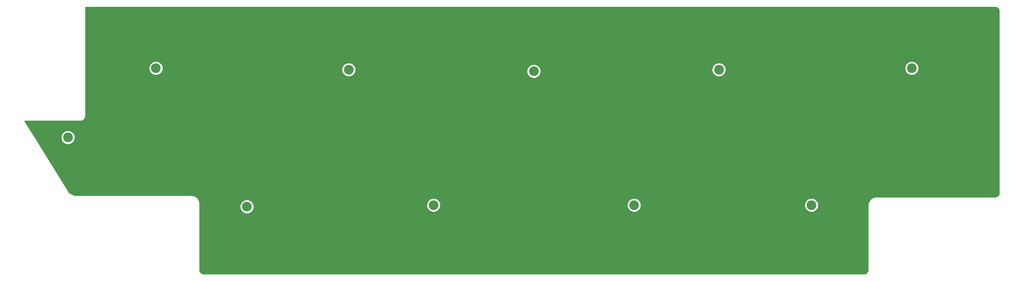
<source format=gtl>
G04 #@! TF.GenerationSoftware,KiCad,Pcbnew,(6.0.0-rc1-dev-1215-g431bdc7a3)*
G04 #@! TF.CreationDate,2018-12-02T19:35:25+01:00*
G04 #@! TF.ProjectId,wave,77617665-2e6b-4696-9361-645f70636258,rev?*
G04 #@! TF.SameCoordinates,Original*
G04 #@! TF.FileFunction,Copper,L1,Top*
G04 #@! TF.FilePolarity,Positive*
%FSLAX46Y46*%
G04 Gerber Fmt 4.6, Leading zero omitted, Abs format (unit mm)*
G04 Created by KiCad (PCBNEW (6.0.0-rc1-dev-1215-g431bdc7a3)) date 2018 December 02, Sunday 19:35:25*
%MOMM*%
%LPD*%
G01*
G04 APERTURE LIST*
G04 #@! TA.AperFunction,WasherPad*
%ADD10C,3.000000*%
G04 #@! TD*
G04 #@! TA.AperFunction,NonConductor*
%ADD11C,0.254000*%
G04 #@! TD*
G04 APERTURE END LIST*
D10*
G04 #@! TO.P,Ref\002A\002A,*
G04 #@! TO.N,*
X153195060Y59561620D03*
G04 #@! TD*
G04 #@! TO.P,Ref\002A\002A,*
G04 #@! TO.N,*
X96045060Y60037870D03*
G04 #@! TD*
G04 #@! TO.P,Ref\002A\002A,*
G04 #@! TO.N,*
X36513810Y60514120D03*
G04 #@! TD*
G04 #@! TO.P,Ref\002A\002A,*
G04 #@! TO.N,*
X64612560Y17651620D03*
G04 #@! TD*
G04 #@! TO.P,Ref\002A\002A,*
G04 #@! TO.N,*
X122238810Y18127870D03*
G04 #@! TD*
G04 #@! TO.P,Ref\002A\002A,*
G04 #@! TO.N,*
X210345060Y60037870D03*
G04 #@! TD*
G04 #@! TO.P,Ref\002A\002A,*
G04 #@! TO.N,*
X269876310Y60514120D03*
G04 #@! TD*
G04 #@! TO.P,Ref\002A\002A,*
G04 #@! TO.N,*
X184151310Y18127870D03*
G04 #@! TD*
G04 #@! TO.P,Ref\002A\002A,*
G04 #@! TO.N,*
X238920060Y18127870D03*
G04 #@! TD*
G04 #@! TO.P,Ref\002A\002A,*
G04 #@! TO.N,*
X9367560Y39082870D03*
G04 #@! TD*
D11*
G36*
X295948439Y79348104D02*
X296274558Y79199826D01*
X296545955Y78965976D01*
X296740806Y78665357D01*
X296849743Y78301097D01*
X296863811Y78111793D01*
X296863810Y21983111D01*
X296806544Y21583241D01*
X296658266Y21257121D01*
X296424418Y20985727D01*
X296123796Y20790874D01*
X295759537Y20681937D01*
X295570246Y20667870D01*
X258860019Y20667870D01*
X258836772Y20663246D01*
X258593924Y20645199D01*
X258530668Y20631291D01*
X258466486Y20622499D01*
X258459040Y20620321D01*
X257941561Y20465562D01*
X257863403Y20429448D01*
X257784659Y20394224D01*
X257778124Y20390044D01*
X257324879Y20096265D01*
X257259994Y20039662D01*
X257194306Y19983757D01*
X257189206Y19977910D01*
X256836634Y19568730D01*
X256790237Y19496181D01*
X256742887Y19424097D01*
X256739633Y19417054D01*
X256516076Y18925366D01*
X256491896Y18842675D01*
X256466691Y18760234D01*
X256465544Y18752561D01*
X256391407Y18234888D01*
X256382560Y18190410D01*
X256382561Y-1829382D01*
X256325294Y-2229259D01*
X256177016Y-2555379D01*
X255943168Y-2826773D01*
X255642546Y-3021626D01*
X255278287Y-3130563D01*
X255088996Y-3144630D01*
X51322801Y-3144630D01*
X50922931Y-3087364D01*
X50596811Y-2939086D01*
X50325417Y-2705238D01*
X50130564Y-2404616D01*
X50021627Y-2040357D01*
X50007560Y-1851066D01*
X50007560Y18035433D01*
X62469837Y18035433D01*
X62477560Y17631244D01*
X62477560Y17226942D01*
X62485659Y17207390D01*
X62486063Y17186233D01*
X62779821Y16477038D01*
X62790371Y16471750D01*
X62802594Y16442240D01*
X63403180Y15841654D01*
X63432690Y15829431D01*
X63437978Y15818881D01*
X63814348Y15671343D01*
X64187882Y15516620D01*
X64209046Y15516620D01*
X64228747Y15508897D01*
X64632936Y15516620D01*
X65037238Y15516620D01*
X65056790Y15524719D01*
X65077947Y15525123D01*
X65787142Y15818881D01*
X65792430Y15829431D01*
X65821940Y15841654D01*
X66422526Y16442240D01*
X66434749Y16471750D01*
X66445299Y16477038D01*
X66592837Y16853408D01*
X66747560Y17226942D01*
X66747560Y17248106D01*
X66755283Y17267807D01*
X66747560Y17671996D01*
X66747560Y18076298D01*
X66739461Y18095850D01*
X66739057Y18117007D01*
X66575577Y18511683D01*
X120096087Y18511683D01*
X120103810Y18107494D01*
X120103810Y17703192D01*
X120111909Y17683640D01*
X120112313Y17662483D01*
X120406071Y16953288D01*
X120416621Y16948000D01*
X120428844Y16918490D01*
X121029430Y16317904D01*
X121058940Y16305681D01*
X121064228Y16295131D01*
X121440598Y16147593D01*
X121814132Y15992870D01*
X121835296Y15992870D01*
X121854997Y15985147D01*
X122259186Y15992870D01*
X122663488Y15992870D01*
X122683040Y16000969D01*
X122704197Y16001373D01*
X123413392Y16295131D01*
X123418680Y16305681D01*
X123448190Y16317904D01*
X124048776Y16918490D01*
X124060999Y16948000D01*
X124071549Y16953288D01*
X124219087Y17329658D01*
X124373810Y17703192D01*
X124373810Y17724356D01*
X124381533Y17744057D01*
X124373810Y18148246D01*
X124373810Y18511683D01*
X182008587Y18511683D01*
X182016310Y18107494D01*
X182016310Y17703192D01*
X182024409Y17683640D01*
X182024813Y17662483D01*
X182318571Y16953288D01*
X182329121Y16948000D01*
X182341344Y16918490D01*
X182941930Y16317904D01*
X182971440Y16305681D01*
X182976728Y16295131D01*
X183353098Y16147593D01*
X183726632Y15992870D01*
X183747796Y15992870D01*
X183767497Y15985147D01*
X184171686Y15992870D01*
X184575988Y15992870D01*
X184595540Y16000969D01*
X184616697Y16001373D01*
X185325892Y16295131D01*
X185331180Y16305681D01*
X185360690Y16317904D01*
X185961276Y16918490D01*
X185973499Y16948000D01*
X185984049Y16953288D01*
X186131587Y17329658D01*
X186286310Y17703192D01*
X186286310Y17724356D01*
X186294033Y17744057D01*
X186286310Y18148246D01*
X186286310Y18511683D01*
X236777337Y18511683D01*
X236785060Y18107494D01*
X236785060Y17703192D01*
X236793159Y17683640D01*
X236793563Y17662483D01*
X237087321Y16953288D01*
X237097871Y16948000D01*
X237110094Y16918490D01*
X237710680Y16317904D01*
X237740190Y16305681D01*
X237745478Y16295131D01*
X238121848Y16147593D01*
X238495382Y15992870D01*
X238516546Y15992870D01*
X238536247Y15985147D01*
X238940436Y15992870D01*
X239344738Y15992870D01*
X239364290Y16000969D01*
X239385447Y16001373D01*
X240094642Y16295131D01*
X240099930Y16305681D01*
X240129440Y16317904D01*
X240730026Y16918490D01*
X240742249Y16948000D01*
X240752799Y16953288D01*
X240900337Y17329658D01*
X241055060Y17703192D01*
X241055060Y17724356D01*
X241062783Y17744057D01*
X241055060Y18148246D01*
X241055060Y18552548D01*
X241046961Y18572100D01*
X241046557Y18593257D01*
X240752799Y19302452D01*
X240742249Y19307740D01*
X240730026Y19337250D01*
X240129440Y19937836D01*
X240099930Y19950059D01*
X240094642Y19960609D01*
X239718272Y20108147D01*
X239344738Y20262870D01*
X239323574Y20262870D01*
X239303873Y20270593D01*
X238899684Y20262870D01*
X238495382Y20262870D01*
X238475830Y20254771D01*
X238454673Y20254367D01*
X237745478Y19960609D01*
X237740190Y19950059D01*
X237710680Y19937836D01*
X237110094Y19337250D01*
X237097871Y19307740D01*
X237087321Y19302452D01*
X236939783Y18926082D01*
X236785060Y18552548D01*
X236785060Y18531384D01*
X236777337Y18511683D01*
X186286310Y18511683D01*
X186286310Y18552548D01*
X186278211Y18572100D01*
X186277807Y18593257D01*
X185984049Y19302452D01*
X185973499Y19307740D01*
X185961276Y19337250D01*
X185360690Y19937836D01*
X185331180Y19950059D01*
X185325892Y19960609D01*
X184949522Y20108147D01*
X184575988Y20262870D01*
X184554824Y20262870D01*
X184535123Y20270593D01*
X184130934Y20262870D01*
X183726632Y20262870D01*
X183707080Y20254771D01*
X183685923Y20254367D01*
X182976728Y19960609D01*
X182971440Y19950059D01*
X182941930Y19937836D01*
X182341344Y19337250D01*
X182329121Y19307740D01*
X182318571Y19302452D01*
X182171033Y18926082D01*
X182016310Y18552548D01*
X182016310Y18531384D01*
X182008587Y18511683D01*
X124373810Y18511683D01*
X124373810Y18552548D01*
X124365711Y18572100D01*
X124365307Y18593257D01*
X124071549Y19302452D01*
X124060999Y19307740D01*
X124048776Y19337250D01*
X123448190Y19937836D01*
X123418680Y19950059D01*
X123413392Y19960609D01*
X123037022Y20108147D01*
X122663488Y20262870D01*
X122642324Y20262870D01*
X122622623Y20270593D01*
X122218434Y20262870D01*
X121814132Y20262870D01*
X121794580Y20254771D01*
X121773423Y20254367D01*
X121064228Y19960609D01*
X121058940Y19950059D01*
X121029430Y19937836D01*
X120428844Y19337250D01*
X120416621Y19307740D01*
X120406071Y19302452D01*
X120258533Y18926082D01*
X120103810Y18552548D01*
X120103810Y18531384D01*
X120096087Y18511683D01*
X66575577Y18511683D01*
X66445299Y18826202D01*
X66434749Y18831490D01*
X66422526Y18861000D01*
X65821940Y19461586D01*
X65792430Y19473809D01*
X65787142Y19484359D01*
X65410772Y19631897D01*
X65037238Y19786620D01*
X65016074Y19786620D01*
X64996373Y19794343D01*
X64592184Y19786620D01*
X64187882Y19786620D01*
X64168330Y19778521D01*
X64147173Y19778117D01*
X63437978Y19484359D01*
X63432690Y19473809D01*
X63403180Y19461586D01*
X62802594Y18861000D01*
X62790371Y18831490D01*
X62779821Y18826202D01*
X62632283Y18449832D01*
X62477560Y18076298D01*
X62477560Y18055134D01*
X62469837Y18035433D01*
X50007560Y18035433D01*
X50007560Y18666661D01*
X50002936Y18689908D01*
X49984889Y18932756D01*
X49970981Y18996012D01*
X49962189Y19060194D01*
X49960011Y19067640D01*
X49805252Y19585119D01*
X49769138Y19663277D01*
X49733914Y19742021D01*
X49729734Y19748556D01*
X49435955Y20201801D01*
X49379352Y20266686D01*
X49323447Y20332374D01*
X49317600Y20337474D01*
X48908420Y20690046D01*
X48835871Y20736443D01*
X48763787Y20783793D01*
X48756744Y20787047D01*
X48265056Y21010604D01*
X48182365Y21034784D01*
X48099924Y21059989D01*
X48092251Y21061136D01*
X47574582Y21135272D01*
X47530101Y21144120D01*
X11422463Y21144120D01*
X9812417Y21949142D01*
X-1051115Y39466683D01*
X7224837Y39466683D01*
X7232560Y39062494D01*
X7232560Y38658192D01*
X7240659Y38638640D01*
X7241063Y38617483D01*
X7534821Y37908288D01*
X7545371Y37903000D01*
X7557594Y37873490D01*
X8158180Y37272904D01*
X8187690Y37260681D01*
X8192978Y37250131D01*
X8569348Y37102593D01*
X8942882Y36947870D01*
X8964046Y36947870D01*
X8983747Y36940147D01*
X9387936Y36947870D01*
X9792238Y36947870D01*
X9811790Y36955969D01*
X9832947Y36956373D01*
X10542142Y37250131D01*
X10547430Y37260681D01*
X10576940Y37272904D01*
X11177526Y37873490D01*
X11189749Y37903000D01*
X11200299Y37908288D01*
X11347837Y38284658D01*
X11502560Y38658192D01*
X11502560Y38679356D01*
X11510283Y38699057D01*
X11502560Y39103246D01*
X11502560Y39507548D01*
X11494461Y39527100D01*
X11494057Y39548257D01*
X11200299Y40257452D01*
X11189749Y40262740D01*
X11177526Y40292250D01*
X10576940Y40892836D01*
X10547430Y40905059D01*
X10542142Y40915609D01*
X10165772Y41063147D01*
X9792238Y41217870D01*
X9771074Y41217870D01*
X9751373Y41225593D01*
X9347184Y41217870D01*
X8942882Y41217870D01*
X8923330Y41209771D01*
X8902173Y41209367D01*
X8192978Y40915609D01*
X8187690Y40905059D01*
X8158180Y40892836D01*
X7557594Y40292250D01*
X7545371Y40262740D01*
X7534821Y40257452D01*
X7387283Y39881082D01*
X7232560Y39507548D01*
X7232560Y39486384D01*
X7224837Y39466683D01*
X-1051115Y39466683D01*
X-3963464Y44162870D01*
X13240101Y44162870D01*
X13301440Y44175071D01*
X13301443Y44175071D01*
X13665949Y44247576D01*
X13894853Y44342392D01*
X14203862Y44548865D01*
X14203866Y44548867D01*
X14291464Y44636466D01*
X14379063Y44724064D01*
X14379065Y44724068D01*
X14585536Y45033074D01*
X14585538Y45033076D01*
X14680354Y45261981D01*
X14752859Y45626487D01*
X14752859Y45626490D01*
X14765060Y45687829D01*
X14765060Y60897933D01*
X34371087Y60897933D01*
X34378810Y60493744D01*
X34378810Y60089442D01*
X34386909Y60069890D01*
X34387313Y60048733D01*
X34681071Y59339538D01*
X34691621Y59334250D01*
X34703844Y59304740D01*
X35304430Y58704154D01*
X35333940Y58691931D01*
X35339228Y58681381D01*
X35715598Y58533843D01*
X36089132Y58379120D01*
X36110296Y58379120D01*
X36129997Y58371397D01*
X36534186Y58379120D01*
X36938488Y58379120D01*
X36958040Y58387219D01*
X36979197Y58387623D01*
X37688392Y58681381D01*
X37693680Y58691931D01*
X37723190Y58704154D01*
X38323776Y59304740D01*
X38335999Y59334250D01*
X38346549Y59339538D01*
X38494087Y59715908D01*
X38648810Y60089442D01*
X38648810Y60110606D01*
X38656533Y60130307D01*
X38650966Y60421683D01*
X93902337Y60421683D01*
X93910060Y60017494D01*
X93910060Y59613192D01*
X93918159Y59593640D01*
X93918563Y59572483D01*
X94212321Y58863288D01*
X94222871Y58858000D01*
X94235094Y58828490D01*
X94835680Y58227904D01*
X94865190Y58215681D01*
X94870478Y58205131D01*
X95246848Y58057593D01*
X95620382Y57902870D01*
X95641546Y57902870D01*
X95661247Y57895147D01*
X96065436Y57902870D01*
X96469738Y57902870D01*
X96489290Y57910969D01*
X96510447Y57911373D01*
X97219642Y58205131D01*
X97224930Y58215681D01*
X97254440Y58227904D01*
X97855026Y58828490D01*
X97867249Y58858000D01*
X97877799Y58863288D01*
X98025337Y59239658D01*
X98180060Y59613192D01*
X98180060Y59634356D01*
X98187783Y59654057D01*
X98182216Y59945433D01*
X151052337Y59945433D01*
X151060060Y59541244D01*
X151060060Y59136942D01*
X151068159Y59117390D01*
X151068563Y59096233D01*
X151362321Y58387038D01*
X151372871Y58381750D01*
X151385094Y58352240D01*
X151985680Y57751654D01*
X152015190Y57739431D01*
X152020478Y57728881D01*
X152396848Y57581343D01*
X152770382Y57426620D01*
X152791546Y57426620D01*
X152811247Y57418897D01*
X153215436Y57426620D01*
X153619738Y57426620D01*
X153639290Y57434719D01*
X153660447Y57435123D01*
X154369642Y57728881D01*
X154374930Y57739431D01*
X154404440Y57751654D01*
X155005026Y58352240D01*
X155017249Y58381750D01*
X155027799Y58387038D01*
X155175337Y58763408D01*
X155330060Y59136942D01*
X155330060Y59158106D01*
X155337783Y59177807D01*
X155330060Y59581996D01*
X155330060Y59986298D01*
X155321961Y60005850D01*
X155321557Y60027007D01*
X155158077Y60421683D01*
X208202337Y60421683D01*
X208210060Y60017494D01*
X208210060Y59613192D01*
X208218159Y59593640D01*
X208218563Y59572483D01*
X208512321Y58863288D01*
X208522871Y58858000D01*
X208535094Y58828490D01*
X209135680Y58227904D01*
X209165190Y58215681D01*
X209170478Y58205131D01*
X209546848Y58057593D01*
X209920382Y57902870D01*
X209941546Y57902870D01*
X209961247Y57895147D01*
X210365436Y57902870D01*
X210769738Y57902870D01*
X210789290Y57910969D01*
X210810447Y57911373D01*
X211519642Y58205131D01*
X211524930Y58215681D01*
X211554440Y58227904D01*
X212155026Y58828490D01*
X212167249Y58858000D01*
X212177799Y58863288D01*
X212325337Y59239658D01*
X212480060Y59613192D01*
X212480060Y59634356D01*
X212487783Y59654057D01*
X212480060Y60058246D01*
X212480060Y60462548D01*
X212471961Y60482100D01*
X212471557Y60503257D01*
X212308077Y60897933D01*
X267733587Y60897933D01*
X267741310Y60493744D01*
X267741310Y60089442D01*
X267749409Y60069890D01*
X267749813Y60048733D01*
X268043571Y59339538D01*
X268054121Y59334250D01*
X268066344Y59304740D01*
X268666930Y58704154D01*
X268696440Y58691931D01*
X268701728Y58681381D01*
X269078098Y58533843D01*
X269451632Y58379120D01*
X269472796Y58379120D01*
X269492497Y58371397D01*
X269896686Y58379120D01*
X270300988Y58379120D01*
X270320540Y58387219D01*
X270341697Y58387623D01*
X271050892Y58681381D01*
X271056180Y58691931D01*
X271085690Y58704154D01*
X271686276Y59304740D01*
X271698499Y59334250D01*
X271709049Y59339538D01*
X271856587Y59715908D01*
X272011310Y60089442D01*
X272011310Y60110606D01*
X272019033Y60130307D01*
X272011310Y60534496D01*
X272011310Y60938798D01*
X272003211Y60958350D01*
X272002807Y60979507D01*
X271709049Y61688702D01*
X271698499Y61693990D01*
X271686276Y61723500D01*
X271085690Y62324086D01*
X271056180Y62336309D01*
X271050892Y62346859D01*
X270674522Y62494397D01*
X270300988Y62649120D01*
X270279824Y62649120D01*
X270260123Y62656843D01*
X269855934Y62649120D01*
X269451632Y62649120D01*
X269432080Y62641021D01*
X269410923Y62640617D01*
X268701728Y62346859D01*
X268696440Y62336309D01*
X268666930Y62324086D01*
X268066344Y61723500D01*
X268054121Y61693990D01*
X268043571Y61688702D01*
X267896033Y61312332D01*
X267741310Y60938798D01*
X267741310Y60917634D01*
X267733587Y60897933D01*
X212308077Y60897933D01*
X212177799Y61212452D01*
X212167249Y61217740D01*
X212155026Y61247250D01*
X211554440Y61847836D01*
X211524930Y61860059D01*
X211519642Y61870609D01*
X211143272Y62018147D01*
X210769738Y62172870D01*
X210748574Y62172870D01*
X210728873Y62180593D01*
X210324684Y62172870D01*
X209920382Y62172870D01*
X209900830Y62164771D01*
X209879673Y62164367D01*
X209170478Y61870609D01*
X209165190Y61860059D01*
X209135680Y61847836D01*
X208535094Y61247250D01*
X208522871Y61217740D01*
X208512321Y61212452D01*
X208364783Y60836082D01*
X208210060Y60462548D01*
X208210060Y60441384D01*
X208202337Y60421683D01*
X155158077Y60421683D01*
X155027799Y60736202D01*
X155017249Y60741490D01*
X155005026Y60771000D01*
X154404440Y61371586D01*
X154374930Y61383809D01*
X154369642Y61394359D01*
X153993272Y61541897D01*
X153619738Y61696620D01*
X153598574Y61696620D01*
X153578873Y61704343D01*
X153174684Y61696620D01*
X152770382Y61696620D01*
X152750830Y61688521D01*
X152729673Y61688117D01*
X152020478Y61394359D01*
X152015190Y61383809D01*
X151985680Y61371586D01*
X151385094Y60771000D01*
X151372871Y60741490D01*
X151362321Y60736202D01*
X151214783Y60359832D01*
X151060060Y59986298D01*
X151060060Y59965134D01*
X151052337Y59945433D01*
X98182216Y59945433D01*
X98180060Y60058246D01*
X98180060Y60462548D01*
X98171961Y60482100D01*
X98171557Y60503257D01*
X97877799Y61212452D01*
X97867249Y61217740D01*
X97855026Y61247250D01*
X97254440Y61847836D01*
X97224930Y61860059D01*
X97219642Y61870609D01*
X96843272Y62018147D01*
X96469738Y62172870D01*
X96448574Y62172870D01*
X96428873Y62180593D01*
X96024684Y62172870D01*
X95620382Y62172870D01*
X95600830Y62164771D01*
X95579673Y62164367D01*
X94870478Y61870609D01*
X94865190Y61860059D01*
X94835680Y61847836D01*
X94235094Y61247250D01*
X94222871Y61217740D01*
X94212321Y61212452D01*
X94064783Y60836082D01*
X93910060Y60462548D01*
X93910060Y60441384D01*
X93902337Y60421683D01*
X38650966Y60421683D01*
X38648810Y60534496D01*
X38648810Y60938798D01*
X38640711Y60958350D01*
X38640307Y60979507D01*
X38346549Y61688702D01*
X38335999Y61693990D01*
X38323776Y61723500D01*
X37723190Y62324086D01*
X37693680Y62336309D01*
X37688392Y62346859D01*
X37312022Y62494397D01*
X36938488Y62649120D01*
X36917324Y62649120D01*
X36897623Y62656843D01*
X36493434Y62649120D01*
X36089132Y62649120D01*
X36069580Y62641021D01*
X36048423Y62640617D01*
X35339228Y62346859D01*
X35333940Y62336309D01*
X35304430Y62324086D01*
X34703844Y61723500D01*
X34691621Y61693990D01*
X34681071Y61688702D01*
X34533533Y61312332D01*
X34378810Y60938798D01*
X34378810Y60917634D01*
X34371087Y60897933D01*
X14765060Y60897933D01*
X14765060Y79405370D01*
X295548569Y79405370D01*
X295948439Y79348104D01*
X295948439Y79348104D01*
G37*
X295948439Y79348104D02*
X296274558Y79199826D01*
X296545955Y78965976D01*
X296740806Y78665357D01*
X296849743Y78301097D01*
X296863811Y78111793D01*
X296863810Y21983111D01*
X296806544Y21583241D01*
X296658266Y21257121D01*
X296424418Y20985727D01*
X296123796Y20790874D01*
X295759537Y20681937D01*
X295570246Y20667870D01*
X258860019Y20667870D01*
X258836772Y20663246D01*
X258593924Y20645199D01*
X258530668Y20631291D01*
X258466486Y20622499D01*
X258459040Y20620321D01*
X257941561Y20465562D01*
X257863403Y20429448D01*
X257784659Y20394224D01*
X257778124Y20390044D01*
X257324879Y20096265D01*
X257259994Y20039662D01*
X257194306Y19983757D01*
X257189206Y19977910D01*
X256836634Y19568730D01*
X256790237Y19496181D01*
X256742887Y19424097D01*
X256739633Y19417054D01*
X256516076Y18925366D01*
X256491896Y18842675D01*
X256466691Y18760234D01*
X256465544Y18752561D01*
X256391407Y18234888D01*
X256382560Y18190410D01*
X256382561Y-1829382D01*
X256325294Y-2229259D01*
X256177016Y-2555379D01*
X255943168Y-2826773D01*
X255642546Y-3021626D01*
X255278287Y-3130563D01*
X255088996Y-3144630D01*
X51322801Y-3144630D01*
X50922931Y-3087364D01*
X50596811Y-2939086D01*
X50325417Y-2705238D01*
X50130564Y-2404616D01*
X50021627Y-2040357D01*
X50007560Y-1851066D01*
X50007560Y18035433D01*
X62469837Y18035433D01*
X62477560Y17631244D01*
X62477560Y17226942D01*
X62485659Y17207390D01*
X62486063Y17186233D01*
X62779821Y16477038D01*
X62790371Y16471750D01*
X62802594Y16442240D01*
X63403180Y15841654D01*
X63432690Y15829431D01*
X63437978Y15818881D01*
X63814348Y15671343D01*
X64187882Y15516620D01*
X64209046Y15516620D01*
X64228747Y15508897D01*
X64632936Y15516620D01*
X65037238Y15516620D01*
X65056790Y15524719D01*
X65077947Y15525123D01*
X65787142Y15818881D01*
X65792430Y15829431D01*
X65821940Y15841654D01*
X66422526Y16442240D01*
X66434749Y16471750D01*
X66445299Y16477038D01*
X66592837Y16853408D01*
X66747560Y17226942D01*
X66747560Y17248106D01*
X66755283Y17267807D01*
X66747560Y17671996D01*
X66747560Y18076298D01*
X66739461Y18095850D01*
X66739057Y18117007D01*
X66575577Y18511683D01*
X120096087Y18511683D01*
X120103810Y18107494D01*
X120103810Y17703192D01*
X120111909Y17683640D01*
X120112313Y17662483D01*
X120406071Y16953288D01*
X120416621Y16948000D01*
X120428844Y16918490D01*
X121029430Y16317904D01*
X121058940Y16305681D01*
X121064228Y16295131D01*
X121440598Y16147593D01*
X121814132Y15992870D01*
X121835296Y15992870D01*
X121854997Y15985147D01*
X122259186Y15992870D01*
X122663488Y15992870D01*
X122683040Y16000969D01*
X122704197Y16001373D01*
X123413392Y16295131D01*
X123418680Y16305681D01*
X123448190Y16317904D01*
X124048776Y16918490D01*
X124060999Y16948000D01*
X124071549Y16953288D01*
X124219087Y17329658D01*
X124373810Y17703192D01*
X124373810Y17724356D01*
X124381533Y17744057D01*
X124373810Y18148246D01*
X124373810Y18511683D01*
X182008587Y18511683D01*
X182016310Y18107494D01*
X182016310Y17703192D01*
X182024409Y17683640D01*
X182024813Y17662483D01*
X182318571Y16953288D01*
X182329121Y16948000D01*
X182341344Y16918490D01*
X182941930Y16317904D01*
X182971440Y16305681D01*
X182976728Y16295131D01*
X183353098Y16147593D01*
X183726632Y15992870D01*
X183747796Y15992870D01*
X183767497Y15985147D01*
X184171686Y15992870D01*
X184575988Y15992870D01*
X184595540Y16000969D01*
X184616697Y16001373D01*
X185325892Y16295131D01*
X185331180Y16305681D01*
X185360690Y16317904D01*
X185961276Y16918490D01*
X185973499Y16948000D01*
X185984049Y16953288D01*
X186131587Y17329658D01*
X186286310Y17703192D01*
X186286310Y17724356D01*
X186294033Y17744057D01*
X186286310Y18148246D01*
X186286310Y18511683D01*
X236777337Y18511683D01*
X236785060Y18107494D01*
X236785060Y17703192D01*
X236793159Y17683640D01*
X236793563Y17662483D01*
X237087321Y16953288D01*
X237097871Y16948000D01*
X237110094Y16918490D01*
X237710680Y16317904D01*
X237740190Y16305681D01*
X237745478Y16295131D01*
X238121848Y16147593D01*
X238495382Y15992870D01*
X238516546Y15992870D01*
X238536247Y15985147D01*
X238940436Y15992870D01*
X239344738Y15992870D01*
X239364290Y16000969D01*
X239385447Y16001373D01*
X240094642Y16295131D01*
X240099930Y16305681D01*
X240129440Y16317904D01*
X240730026Y16918490D01*
X240742249Y16948000D01*
X240752799Y16953288D01*
X240900337Y17329658D01*
X241055060Y17703192D01*
X241055060Y17724356D01*
X241062783Y17744057D01*
X241055060Y18148246D01*
X241055060Y18552548D01*
X241046961Y18572100D01*
X241046557Y18593257D01*
X240752799Y19302452D01*
X240742249Y19307740D01*
X240730026Y19337250D01*
X240129440Y19937836D01*
X240099930Y19950059D01*
X240094642Y19960609D01*
X239718272Y20108147D01*
X239344738Y20262870D01*
X239323574Y20262870D01*
X239303873Y20270593D01*
X238899684Y20262870D01*
X238495382Y20262870D01*
X238475830Y20254771D01*
X238454673Y20254367D01*
X237745478Y19960609D01*
X237740190Y19950059D01*
X237710680Y19937836D01*
X237110094Y19337250D01*
X237097871Y19307740D01*
X237087321Y19302452D01*
X236939783Y18926082D01*
X236785060Y18552548D01*
X236785060Y18531384D01*
X236777337Y18511683D01*
X186286310Y18511683D01*
X186286310Y18552548D01*
X186278211Y18572100D01*
X186277807Y18593257D01*
X185984049Y19302452D01*
X185973499Y19307740D01*
X185961276Y19337250D01*
X185360690Y19937836D01*
X185331180Y19950059D01*
X185325892Y19960609D01*
X184949522Y20108147D01*
X184575988Y20262870D01*
X184554824Y20262870D01*
X184535123Y20270593D01*
X184130934Y20262870D01*
X183726632Y20262870D01*
X183707080Y20254771D01*
X183685923Y20254367D01*
X182976728Y19960609D01*
X182971440Y19950059D01*
X182941930Y19937836D01*
X182341344Y19337250D01*
X182329121Y19307740D01*
X182318571Y19302452D01*
X182171033Y18926082D01*
X182016310Y18552548D01*
X182016310Y18531384D01*
X182008587Y18511683D01*
X124373810Y18511683D01*
X124373810Y18552548D01*
X124365711Y18572100D01*
X124365307Y18593257D01*
X124071549Y19302452D01*
X124060999Y19307740D01*
X124048776Y19337250D01*
X123448190Y19937836D01*
X123418680Y19950059D01*
X123413392Y19960609D01*
X123037022Y20108147D01*
X122663488Y20262870D01*
X122642324Y20262870D01*
X122622623Y20270593D01*
X122218434Y20262870D01*
X121814132Y20262870D01*
X121794580Y20254771D01*
X121773423Y20254367D01*
X121064228Y19960609D01*
X121058940Y19950059D01*
X121029430Y19937836D01*
X120428844Y19337250D01*
X120416621Y19307740D01*
X120406071Y19302452D01*
X120258533Y18926082D01*
X120103810Y18552548D01*
X120103810Y18531384D01*
X120096087Y18511683D01*
X66575577Y18511683D01*
X66445299Y18826202D01*
X66434749Y18831490D01*
X66422526Y18861000D01*
X65821940Y19461586D01*
X65792430Y19473809D01*
X65787142Y19484359D01*
X65410772Y19631897D01*
X65037238Y19786620D01*
X65016074Y19786620D01*
X64996373Y19794343D01*
X64592184Y19786620D01*
X64187882Y19786620D01*
X64168330Y19778521D01*
X64147173Y19778117D01*
X63437978Y19484359D01*
X63432690Y19473809D01*
X63403180Y19461586D01*
X62802594Y18861000D01*
X62790371Y18831490D01*
X62779821Y18826202D01*
X62632283Y18449832D01*
X62477560Y18076298D01*
X62477560Y18055134D01*
X62469837Y18035433D01*
X50007560Y18035433D01*
X50007560Y18666661D01*
X50002936Y18689908D01*
X49984889Y18932756D01*
X49970981Y18996012D01*
X49962189Y19060194D01*
X49960011Y19067640D01*
X49805252Y19585119D01*
X49769138Y19663277D01*
X49733914Y19742021D01*
X49729734Y19748556D01*
X49435955Y20201801D01*
X49379352Y20266686D01*
X49323447Y20332374D01*
X49317600Y20337474D01*
X48908420Y20690046D01*
X48835871Y20736443D01*
X48763787Y20783793D01*
X48756744Y20787047D01*
X48265056Y21010604D01*
X48182365Y21034784D01*
X48099924Y21059989D01*
X48092251Y21061136D01*
X47574582Y21135272D01*
X47530101Y21144120D01*
X11422463Y21144120D01*
X9812417Y21949142D01*
X-1051115Y39466683D01*
X7224837Y39466683D01*
X7232560Y39062494D01*
X7232560Y38658192D01*
X7240659Y38638640D01*
X7241063Y38617483D01*
X7534821Y37908288D01*
X7545371Y37903000D01*
X7557594Y37873490D01*
X8158180Y37272904D01*
X8187690Y37260681D01*
X8192978Y37250131D01*
X8569348Y37102593D01*
X8942882Y36947870D01*
X8964046Y36947870D01*
X8983747Y36940147D01*
X9387936Y36947870D01*
X9792238Y36947870D01*
X9811790Y36955969D01*
X9832947Y36956373D01*
X10542142Y37250131D01*
X10547430Y37260681D01*
X10576940Y37272904D01*
X11177526Y37873490D01*
X11189749Y37903000D01*
X11200299Y37908288D01*
X11347837Y38284658D01*
X11502560Y38658192D01*
X11502560Y38679356D01*
X11510283Y38699057D01*
X11502560Y39103246D01*
X11502560Y39507548D01*
X11494461Y39527100D01*
X11494057Y39548257D01*
X11200299Y40257452D01*
X11189749Y40262740D01*
X11177526Y40292250D01*
X10576940Y40892836D01*
X10547430Y40905059D01*
X10542142Y40915609D01*
X10165772Y41063147D01*
X9792238Y41217870D01*
X9771074Y41217870D01*
X9751373Y41225593D01*
X9347184Y41217870D01*
X8942882Y41217870D01*
X8923330Y41209771D01*
X8902173Y41209367D01*
X8192978Y40915609D01*
X8187690Y40905059D01*
X8158180Y40892836D01*
X7557594Y40292250D01*
X7545371Y40262740D01*
X7534821Y40257452D01*
X7387283Y39881082D01*
X7232560Y39507548D01*
X7232560Y39486384D01*
X7224837Y39466683D01*
X-1051115Y39466683D01*
X-3963464Y44162870D01*
X13240101Y44162870D01*
X13301440Y44175071D01*
X13301443Y44175071D01*
X13665949Y44247576D01*
X13894853Y44342392D01*
X14203862Y44548865D01*
X14203866Y44548867D01*
X14291464Y44636466D01*
X14379063Y44724064D01*
X14379065Y44724068D01*
X14585536Y45033074D01*
X14585538Y45033076D01*
X14680354Y45261981D01*
X14752859Y45626487D01*
X14752859Y45626490D01*
X14765060Y45687829D01*
X14765060Y60897933D01*
X34371087Y60897933D01*
X34378810Y60493744D01*
X34378810Y60089442D01*
X34386909Y60069890D01*
X34387313Y60048733D01*
X34681071Y59339538D01*
X34691621Y59334250D01*
X34703844Y59304740D01*
X35304430Y58704154D01*
X35333940Y58691931D01*
X35339228Y58681381D01*
X35715598Y58533843D01*
X36089132Y58379120D01*
X36110296Y58379120D01*
X36129997Y58371397D01*
X36534186Y58379120D01*
X36938488Y58379120D01*
X36958040Y58387219D01*
X36979197Y58387623D01*
X37688392Y58681381D01*
X37693680Y58691931D01*
X37723190Y58704154D01*
X38323776Y59304740D01*
X38335999Y59334250D01*
X38346549Y59339538D01*
X38494087Y59715908D01*
X38648810Y60089442D01*
X38648810Y60110606D01*
X38656533Y60130307D01*
X38650966Y60421683D01*
X93902337Y60421683D01*
X93910060Y60017494D01*
X93910060Y59613192D01*
X93918159Y59593640D01*
X93918563Y59572483D01*
X94212321Y58863288D01*
X94222871Y58858000D01*
X94235094Y58828490D01*
X94835680Y58227904D01*
X94865190Y58215681D01*
X94870478Y58205131D01*
X95246848Y58057593D01*
X95620382Y57902870D01*
X95641546Y57902870D01*
X95661247Y57895147D01*
X96065436Y57902870D01*
X96469738Y57902870D01*
X96489290Y57910969D01*
X96510447Y57911373D01*
X97219642Y58205131D01*
X97224930Y58215681D01*
X97254440Y58227904D01*
X97855026Y58828490D01*
X97867249Y58858000D01*
X97877799Y58863288D01*
X98025337Y59239658D01*
X98180060Y59613192D01*
X98180060Y59634356D01*
X98187783Y59654057D01*
X98182216Y59945433D01*
X151052337Y59945433D01*
X151060060Y59541244D01*
X151060060Y59136942D01*
X151068159Y59117390D01*
X151068563Y59096233D01*
X151362321Y58387038D01*
X151372871Y58381750D01*
X151385094Y58352240D01*
X151985680Y57751654D01*
X152015190Y57739431D01*
X152020478Y57728881D01*
X152396848Y57581343D01*
X152770382Y57426620D01*
X152791546Y57426620D01*
X152811247Y57418897D01*
X153215436Y57426620D01*
X153619738Y57426620D01*
X153639290Y57434719D01*
X153660447Y57435123D01*
X154369642Y57728881D01*
X154374930Y57739431D01*
X154404440Y57751654D01*
X155005026Y58352240D01*
X155017249Y58381750D01*
X155027799Y58387038D01*
X155175337Y58763408D01*
X155330060Y59136942D01*
X155330060Y59158106D01*
X155337783Y59177807D01*
X155330060Y59581996D01*
X155330060Y59986298D01*
X155321961Y60005850D01*
X155321557Y60027007D01*
X155158077Y60421683D01*
X208202337Y60421683D01*
X208210060Y60017494D01*
X208210060Y59613192D01*
X208218159Y59593640D01*
X208218563Y59572483D01*
X208512321Y58863288D01*
X208522871Y58858000D01*
X208535094Y58828490D01*
X209135680Y58227904D01*
X209165190Y58215681D01*
X209170478Y58205131D01*
X209546848Y58057593D01*
X209920382Y57902870D01*
X209941546Y57902870D01*
X209961247Y57895147D01*
X210365436Y57902870D01*
X210769738Y57902870D01*
X210789290Y57910969D01*
X210810447Y57911373D01*
X211519642Y58205131D01*
X211524930Y58215681D01*
X211554440Y58227904D01*
X212155026Y58828490D01*
X212167249Y58858000D01*
X212177799Y58863288D01*
X212325337Y59239658D01*
X212480060Y59613192D01*
X212480060Y59634356D01*
X212487783Y59654057D01*
X212480060Y60058246D01*
X212480060Y60462548D01*
X212471961Y60482100D01*
X212471557Y60503257D01*
X212308077Y60897933D01*
X267733587Y60897933D01*
X267741310Y60493744D01*
X267741310Y60089442D01*
X267749409Y60069890D01*
X267749813Y60048733D01*
X268043571Y59339538D01*
X268054121Y59334250D01*
X268066344Y59304740D01*
X268666930Y58704154D01*
X268696440Y58691931D01*
X268701728Y58681381D01*
X269078098Y58533843D01*
X269451632Y58379120D01*
X269472796Y58379120D01*
X269492497Y58371397D01*
X269896686Y58379120D01*
X270300988Y58379120D01*
X270320540Y58387219D01*
X270341697Y58387623D01*
X271050892Y58681381D01*
X271056180Y58691931D01*
X271085690Y58704154D01*
X271686276Y59304740D01*
X271698499Y59334250D01*
X271709049Y59339538D01*
X271856587Y59715908D01*
X272011310Y60089442D01*
X272011310Y60110606D01*
X272019033Y60130307D01*
X272011310Y60534496D01*
X272011310Y60938798D01*
X272003211Y60958350D01*
X272002807Y60979507D01*
X271709049Y61688702D01*
X271698499Y61693990D01*
X271686276Y61723500D01*
X271085690Y62324086D01*
X271056180Y62336309D01*
X271050892Y62346859D01*
X270674522Y62494397D01*
X270300988Y62649120D01*
X270279824Y62649120D01*
X270260123Y62656843D01*
X269855934Y62649120D01*
X269451632Y62649120D01*
X269432080Y62641021D01*
X269410923Y62640617D01*
X268701728Y62346859D01*
X268696440Y62336309D01*
X268666930Y62324086D01*
X268066344Y61723500D01*
X268054121Y61693990D01*
X268043571Y61688702D01*
X267896033Y61312332D01*
X267741310Y60938798D01*
X267741310Y60917634D01*
X267733587Y60897933D01*
X212308077Y60897933D01*
X212177799Y61212452D01*
X212167249Y61217740D01*
X212155026Y61247250D01*
X211554440Y61847836D01*
X211524930Y61860059D01*
X211519642Y61870609D01*
X211143272Y62018147D01*
X210769738Y62172870D01*
X210748574Y62172870D01*
X210728873Y62180593D01*
X210324684Y62172870D01*
X209920382Y62172870D01*
X209900830Y62164771D01*
X209879673Y62164367D01*
X209170478Y61870609D01*
X209165190Y61860059D01*
X209135680Y61847836D01*
X208535094Y61247250D01*
X208522871Y61217740D01*
X208512321Y61212452D01*
X208364783Y60836082D01*
X208210060Y60462548D01*
X208210060Y60441384D01*
X208202337Y60421683D01*
X155158077Y60421683D01*
X155027799Y60736202D01*
X155017249Y60741490D01*
X155005026Y60771000D01*
X154404440Y61371586D01*
X154374930Y61383809D01*
X154369642Y61394359D01*
X153993272Y61541897D01*
X153619738Y61696620D01*
X153598574Y61696620D01*
X153578873Y61704343D01*
X153174684Y61696620D01*
X152770382Y61696620D01*
X152750830Y61688521D01*
X152729673Y61688117D01*
X152020478Y61394359D01*
X152015190Y61383809D01*
X151985680Y61371586D01*
X151385094Y60771000D01*
X151372871Y60741490D01*
X151362321Y60736202D01*
X151214783Y60359832D01*
X151060060Y59986298D01*
X151060060Y59965134D01*
X151052337Y59945433D01*
X98182216Y59945433D01*
X98180060Y60058246D01*
X98180060Y60462548D01*
X98171961Y60482100D01*
X98171557Y60503257D01*
X97877799Y61212452D01*
X97867249Y61217740D01*
X97855026Y61247250D01*
X97254440Y61847836D01*
X97224930Y61860059D01*
X97219642Y61870609D01*
X96843272Y62018147D01*
X96469738Y62172870D01*
X96448574Y62172870D01*
X96428873Y62180593D01*
X96024684Y62172870D01*
X95620382Y62172870D01*
X95600830Y62164771D01*
X95579673Y62164367D01*
X94870478Y61870609D01*
X94865190Y61860059D01*
X94835680Y61847836D01*
X94235094Y61247250D01*
X94222871Y61217740D01*
X94212321Y61212452D01*
X94064783Y60836082D01*
X93910060Y60462548D01*
X93910060Y60441384D01*
X93902337Y60421683D01*
X38650966Y60421683D01*
X38648810Y60534496D01*
X38648810Y60938798D01*
X38640711Y60958350D01*
X38640307Y60979507D01*
X38346549Y61688702D01*
X38335999Y61693990D01*
X38323776Y61723500D01*
X37723190Y62324086D01*
X37693680Y62336309D01*
X37688392Y62346859D01*
X37312022Y62494397D01*
X36938488Y62649120D01*
X36917324Y62649120D01*
X36897623Y62656843D01*
X36493434Y62649120D01*
X36089132Y62649120D01*
X36069580Y62641021D01*
X36048423Y62640617D01*
X35339228Y62346859D01*
X35333940Y62336309D01*
X35304430Y62324086D01*
X34703844Y61723500D01*
X34691621Y61693990D01*
X34681071Y61688702D01*
X34533533Y61312332D01*
X34378810Y60938798D01*
X34378810Y60917634D01*
X34371087Y60897933D01*
X14765060Y60897933D01*
X14765060Y79405370D01*
X295548569Y79405370D01*
X295948439Y79348104D01*
M02*

</source>
